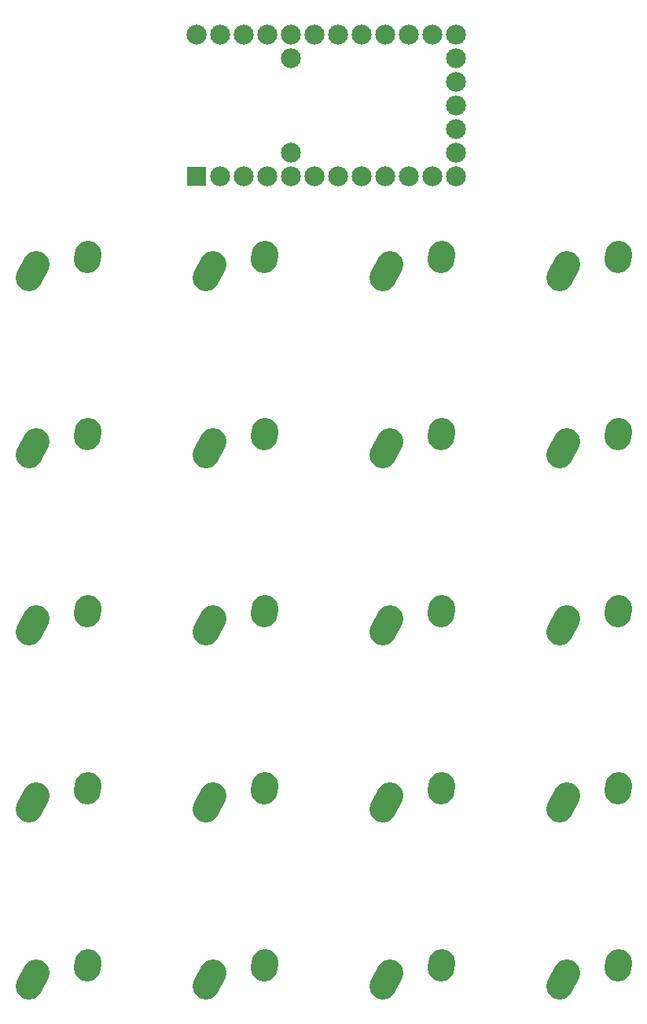
<source format=gbr>
G04 #@! TF.FileFunction,Soldermask,Bot*
%FSLAX46Y46*%
G04 Gerber Fmt 4.6, Leading zero omitted, Abs format (unit mm)*
G04 Created by KiCad (PCBNEW 4.0.6) date 02/17/18 19:20:01*
%MOMM*%
%LPD*%
G01*
G04 APERTURE LIST*
%ADD10C,0.100000*%
%ADD11C,2.900000*%
%ADD12R,2.152600X2.152600*%
%ADD13C,2.152600*%
G04 APERTURE END LIST*
D10*
D11*
X136700453Y-59500046D02*
X135889547Y-60959954D01*
X142239724Y-58420672D02*
X142200276Y-58999328D01*
X155750453Y-59500046D02*
X154939547Y-60959954D01*
X161289724Y-58420672D02*
X161250276Y-58999328D01*
X174800453Y-59500046D02*
X173989547Y-60959954D01*
X180339724Y-58420672D02*
X180300276Y-58999328D01*
X193850453Y-59500046D02*
X193039547Y-60959954D01*
X199389724Y-58420672D02*
X199350276Y-58999328D01*
X136700453Y-78550046D02*
X135889547Y-80009954D01*
X142239724Y-77470672D02*
X142200276Y-78049328D01*
X155750453Y-78550046D02*
X154939547Y-80009954D01*
X161289724Y-77470672D02*
X161250276Y-78049328D01*
X174800453Y-78550046D02*
X173989547Y-80009954D01*
X180339724Y-77470672D02*
X180300276Y-78049328D01*
X193850453Y-78550046D02*
X193039547Y-80009954D01*
X199389724Y-77470672D02*
X199350276Y-78049328D01*
X136700453Y-97600046D02*
X135889547Y-99059954D01*
X142239724Y-96520672D02*
X142200276Y-97099328D01*
X155750453Y-97600046D02*
X154939547Y-99059954D01*
X161289724Y-96520672D02*
X161250276Y-97099328D01*
X174800453Y-97600046D02*
X173989547Y-99059954D01*
X180339724Y-96520672D02*
X180300276Y-97099328D01*
X193850453Y-97600046D02*
X193039547Y-99059954D01*
X199389724Y-96520672D02*
X199350276Y-97099328D01*
X136700453Y-116650046D02*
X135889547Y-118109954D01*
X142239724Y-115570672D02*
X142200276Y-116149328D01*
X155750453Y-116650046D02*
X154939547Y-118109954D01*
X161289724Y-115570672D02*
X161250276Y-116149328D01*
X174800453Y-116650046D02*
X173989547Y-118109954D01*
X180339724Y-115570672D02*
X180300276Y-116149328D01*
X193850453Y-116650046D02*
X193039547Y-118109954D01*
X199389724Y-115570672D02*
X199350276Y-116149328D01*
X136700453Y-135700046D02*
X135889547Y-137159954D01*
X142239724Y-134620672D02*
X142200276Y-135199328D01*
X155750453Y-135700046D02*
X154939547Y-137159954D01*
X161289724Y-134620672D02*
X161250276Y-135199328D01*
X174800453Y-135700046D02*
X173989547Y-137159954D01*
X180339724Y-134620672D02*
X180300276Y-135199328D01*
X193850453Y-135700046D02*
X193039547Y-137159954D01*
X199389724Y-134620672D02*
X199350276Y-135199328D01*
D12*
X153924000Y-50038000D03*
D13*
X156464000Y-50038000D03*
X159004000Y-50038000D03*
X161544000Y-50038000D03*
X164084000Y-50038000D03*
X166624000Y-50038000D03*
X169164000Y-50038000D03*
X171704000Y-50038000D03*
X174244000Y-50038000D03*
X176784000Y-50038000D03*
X179324000Y-50038000D03*
X181864000Y-50038000D03*
X181864000Y-47498000D03*
X181864000Y-44958000D03*
X181864000Y-42418000D03*
X181864000Y-39878000D03*
X181864000Y-37338000D03*
X181864000Y-34798000D03*
X179324000Y-34798000D03*
X176784000Y-34798000D03*
X174244000Y-34798000D03*
X171704000Y-34798000D03*
X169164000Y-34798000D03*
X166624000Y-34798000D03*
X164084000Y-34798000D03*
X161544000Y-34798000D03*
X159004000Y-34798000D03*
X156464000Y-34798000D03*
X153924000Y-34798000D03*
X164084000Y-37338000D03*
X164084000Y-47498000D03*
M02*

</source>
